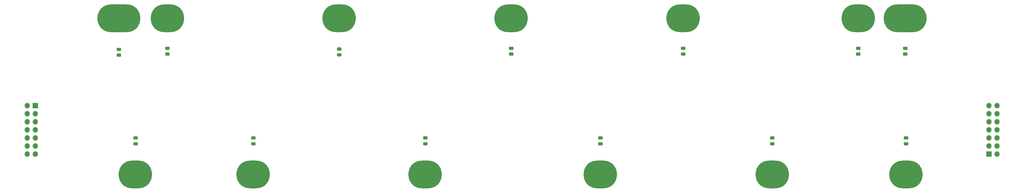
<source format=gbr>
%TF.GenerationSoftware,KiCad,Pcbnew,(5.1.9-0-10_14)*%
%TF.CreationDate,2022-08-21T20:49:42-04:00*%
%TF.ProjectId,47AhFoMoCo,34374168-466f-44d6-9f43-6f2e6b696361,rev?*%
%TF.SameCoordinates,Original*%
%TF.FileFunction,Soldermask,Bot*%
%TF.FilePolarity,Negative*%
%FSLAX46Y46*%
G04 Gerber Fmt 4.6, Leading zero omitted, Abs format (unit mm)*
G04 Created by KiCad (PCBNEW (5.1.9-0-10_14)) date 2022-08-21 20:49:42*
%MOMM*%
%LPD*%
G01*
G04 APERTURE LIST*
%ADD10R,1.700000X1.700000*%
%ADD11O,1.700000X1.700000*%
%ADD12O,10.500000X8.750000*%
%ADD13O,13.500000X8.750000*%
G04 APERTURE END LIST*
D10*
%TO.C,J13*%
X343790000Y-124630000D03*
D11*
X346330000Y-124630000D03*
X343790000Y-122090000D03*
X346330000Y-122090000D03*
X343790000Y-119550000D03*
X346330000Y-119550000D03*
X343790000Y-117010000D03*
X346330000Y-117010000D03*
X343790000Y-114470000D03*
X346330000Y-114470000D03*
X343790000Y-111930000D03*
X346330000Y-111930000D03*
X343790000Y-109390000D03*
X346330000Y-109390000D03*
%TD*%
%TO.C,J14*%
X41670000Y-124630000D03*
X44210000Y-124630000D03*
X41670000Y-122090000D03*
X44210000Y-122090000D03*
X41670000Y-119550000D03*
X44210000Y-119550000D03*
X41670000Y-117010000D03*
X44210000Y-117010000D03*
X41670000Y-114470000D03*
X44210000Y-114470000D03*
X41670000Y-111930000D03*
X44210000Y-111930000D03*
X41670000Y-109390000D03*
D10*
X44210000Y-109390000D03*
%TD*%
D12*
%TO.C,J10p1*%
X302700000Y-81900000D03*
%TD*%
%TO.C,J11p1*%
X317700000Y-131100000D03*
%TD*%
D13*
%TO.C,J12p1*%
X317500000Y-81900000D03*
%TD*%
%TO.C,J1n1*%
X70500000Y-81900000D03*
%TD*%
D12*
%TO.C,J1p1*%
X75700000Y-131100000D03*
%TD*%
%TO.C,J2p1*%
X85700000Y-81900000D03*
%TD*%
%TO.C,J3p1*%
X112700000Y-131100000D03*
%TD*%
%TO.C,J4p1*%
X139700000Y-81900000D03*
%TD*%
%TO.C,J5p1*%
X166700000Y-131100000D03*
%TD*%
%TO.C,J6p1*%
X193700000Y-81900000D03*
%TD*%
%TO.C,J7p1*%
X221700000Y-131100000D03*
%TD*%
%TO.C,J8p1*%
X247700000Y-81900000D03*
%TD*%
%TO.C,J9p1*%
X275700000Y-131100000D03*
%TD*%
%TO.C,R1*%
G36*
G01*
X70950001Y-94012500D02*
X70049999Y-94012500D01*
G75*
G02*
X69800000Y-93762501I0J249999D01*
G01*
X69800000Y-93237499D01*
G75*
G02*
X70049999Y-92987500I249999J0D01*
G01*
X70950001Y-92987500D01*
G75*
G02*
X71200000Y-93237499I0J-249999D01*
G01*
X71200000Y-93762501D01*
G75*
G02*
X70950001Y-94012500I-249999J0D01*
G01*
G37*
G36*
G01*
X70950001Y-92187500D02*
X70049999Y-92187500D01*
G75*
G02*
X69800000Y-91937501I0J249999D01*
G01*
X69800000Y-91412499D01*
G75*
G02*
X70049999Y-91162500I249999J0D01*
G01*
X70950001Y-91162500D01*
G75*
G02*
X71200000Y-91412499I0J-249999D01*
G01*
X71200000Y-91937501D01*
G75*
G02*
X70950001Y-92187500I-249999J0D01*
G01*
G37*
%TD*%
%TO.C,R2*%
G36*
G01*
X75299999Y-120900000D02*
X76200001Y-120900000D01*
G75*
G02*
X76450000Y-121149999I0J-249999D01*
G01*
X76450000Y-121675001D01*
G75*
G02*
X76200001Y-121925000I-249999J0D01*
G01*
X75299999Y-121925000D01*
G75*
G02*
X75050000Y-121675001I0J249999D01*
G01*
X75050000Y-121149999D01*
G75*
G02*
X75299999Y-120900000I249999J0D01*
G01*
G37*
G36*
G01*
X75299999Y-119075000D02*
X76200001Y-119075000D01*
G75*
G02*
X76450000Y-119324999I0J-249999D01*
G01*
X76450000Y-119850001D01*
G75*
G02*
X76200001Y-120100000I-249999J0D01*
G01*
X75299999Y-120100000D01*
G75*
G02*
X75050000Y-119850001I0J249999D01*
G01*
X75050000Y-119324999D01*
G75*
G02*
X75299999Y-119075000I249999J0D01*
G01*
G37*
%TD*%
%TO.C,R3*%
G36*
G01*
X86200001Y-93675000D02*
X85299999Y-93675000D01*
G75*
G02*
X85050000Y-93425001I0J249999D01*
G01*
X85050000Y-92899999D01*
G75*
G02*
X85299999Y-92650000I249999J0D01*
G01*
X86200001Y-92650000D01*
G75*
G02*
X86450000Y-92899999I0J-249999D01*
G01*
X86450000Y-93425001D01*
G75*
G02*
X86200001Y-93675000I-249999J0D01*
G01*
G37*
G36*
G01*
X86200001Y-91850000D02*
X85299999Y-91850000D01*
G75*
G02*
X85050000Y-91600001I0J249999D01*
G01*
X85050000Y-91074999D01*
G75*
G02*
X85299999Y-90825000I249999J0D01*
G01*
X86200001Y-90825000D01*
G75*
G02*
X86450000Y-91074999I0J-249999D01*
G01*
X86450000Y-91600001D01*
G75*
G02*
X86200001Y-91850000I-249999J0D01*
G01*
G37*
%TD*%
%TO.C,R4*%
G36*
G01*
X112299999Y-120900000D02*
X113200001Y-120900000D01*
G75*
G02*
X113450000Y-121149999I0J-249999D01*
G01*
X113450000Y-121675001D01*
G75*
G02*
X113200001Y-121925000I-249999J0D01*
G01*
X112299999Y-121925000D01*
G75*
G02*
X112050000Y-121675001I0J249999D01*
G01*
X112050000Y-121149999D01*
G75*
G02*
X112299999Y-120900000I249999J0D01*
G01*
G37*
G36*
G01*
X112299999Y-119075000D02*
X113200001Y-119075000D01*
G75*
G02*
X113450000Y-119324999I0J-249999D01*
G01*
X113450000Y-119850001D01*
G75*
G02*
X113200001Y-120100000I-249999J0D01*
G01*
X112299999Y-120100000D01*
G75*
G02*
X112050000Y-119850001I0J249999D01*
G01*
X112050000Y-119324999D01*
G75*
G02*
X112299999Y-119075000I249999J0D01*
G01*
G37*
%TD*%
%TO.C,R5*%
G36*
G01*
X140162501Y-93925000D02*
X139262499Y-93925000D01*
G75*
G02*
X139012500Y-93675001I0J249999D01*
G01*
X139012500Y-93149999D01*
G75*
G02*
X139262499Y-92900000I249999J0D01*
G01*
X140162501Y-92900000D01*
G75*
G02*
X140412500Y-93149999I0J-249999D01*
G01*
X140412500Y-93675001D01*
G75*
G02*
X140162501Y-93925000I-249999J0D01*
G01*
G37*
G36*
G01*
X140162501Y-92100000D02*
X139262499Y-92100000D01*
G75*
G02*
X139012500Y-91850001I0J249999D01*
G01*
X139012500Y-91324999D01*
G75*
G02*
X139262499Y-91075000I249999J0D01*
G01*
X140162501Y-91075000D01*
G75*
G02*
X140412500Y-91324999I0J-249999D01*
G01*
X140412500Y-91850001D01*
G75*
G02*
X140162501Y-92100000I-249999J0D01*
G01*
G37*
%TD*%
%TO.C,R6*%
G36*
G01*
X166299999Y-120900000D02*
X167200001Y-120900000D01*
G75*
G02*
X167450000Y-121149999I0J-249999D01*
G01*
X167450000Y-121675001D01*
G75*
G02*
X167200001Y-121925000I-249999J0D01*
G01*
X166299999Y-121925000D01*
G75*
G02*
X166050000Y-121675001I0J249999D01*
G01*
X166050000Y-121149999D01*
G75*
G02*
X166299999Y-120900000I249999J0D01*
G01*
G37*
G36*
G01*
X166299999Y-119075000D02*
X167200001Y-119075000D01*
G75*
G02*
X167450000Y-119324999I0J-249999D01*
G01*
X167450000Y-119850001D01*
G75*
G02*
X167200001Y-120100000I-249999J0D01*
G01*
X166299999Y-120100000D01*
G75*
G02*
X166050000Y-119850001I0J249999D01*
G01*
X166050000Y-119324999D01*
G75*
G02*
X166299999Y-119075000I249999J0D01*
G01*
G37*
%TD*%
%TO.C,R7*%
G36*
G01*
X194200001Y-93675000D02*
X193299999Y-93675000D01*
G75*
G02*
X193050000Y-93425001I0J249999D01*
G01*
X193050000Y-92899999D01*
G75*
G02*
X193299999Y-92650000I249999J0D01*
G01*
X194200001Y-92650000D01*
G75*
G02*
X194450000Y-92899999I0J-249999D01*
G01*
X194450000Y-93425001D01*
G75*
G02*
X194200001Y-93675000I-249999J0D01*
G01*
G37*
G36*
G01*
X194200001Y-91850000D02*
X193299999Y-91850000D01*
G75*
G02*
X193050000Y-91600001I0J249999D01*
G01*
X193050000Y-91074999D01*
G75*
G02*
X193299999Y-90825000I249999J0D01*
G01*
X194200001Y-90825000D01*
G75*
G02*
X194450000Y-91074999I0J-249999D01*
G01*
X194450000Y-91600001D01*
G75*
G02*
X194200001Y-91850000I-249999J0D01*
G01*
G37*
%TD*%
%TO.C,R8*%
G36*
G01*
X221299999Y-120900000D02*
X222200001Y-120900000D01*
G75*
G02*
X222450000Y-121149999I0J-249999D01*
G01*
X222450000Y-121675001D01*
G75*
G02*
X222200001Y-121925000I-249999J0D01*
G01*
X221299999Y-121925000D01*
G75*
G02*
X221050000Y-121675001I0J249999D01*
G01*
X221050000Y-121149999D01*
G75*
G02*
X221299999Y-120900000I249999J0D01*
G01*
G37*
G36*
G01*
X221299999Y-119075000D02*
X222200001Y-119075000D01*
G75*
G02*
X222450000Y-119324999I0J-249999D01*
G01*
X222450000Y-119850001D01*
G75*
G02*
X222200001Y-120100000I-249999J0D01*
G01*
X221299999Y-120100000D01*
G75*
G02*
X221050000Y-119850001I0J249999D01*
G01*
X221050000Y-119324999D01*
G75*
G02*
X221299999Y-119075000I249999J0D01*
G01*
G37*
%TD*%
%TO.C,R9*%
G36*
G01*
X248200001Y-93675000D02*
X247299999Y-93675000D01*
G75*
G02*
X247050000Y-93425001I0J249999D01*
G01*
X247050000Y-92899999D01*
G75*
G02*
X247299999Y-92650000I249999J0D01*
G01*
X248200001Y-92650000D01*
G75*
G02*
X248450000Y-92899999I0J-249999D01*
G01*
X248450000Y-93425001D01*
G75*
G02*
X248200001Y-93675000I-249999J0D01*
G01*
G37*
G36*
G01*
X248200001Y-91850000D02*
X247299999Y-91850000D01*
G75*
G02*
X247050000Y-91600001I0J249999D01*
G01*
X247050000Y-91074999D01*
G75*
G02*
X247299999Y-90825000I249999J0D01*
G01*
X248200001Y-90825000D01*
G75*
G02*
X248450000Y-91074999I0J-249999D01*
G01*
X248450000Y-91600001D01*
G75*
G02*
X248200001Y-91850000I-249999J0D01*
G01*
G37*
%TD*%
%TO.C,R10*%
G36*
G01*
X275299999Y-120900000D02*
X276200001Y-120900000D01*
G75*
G02*
X276450000Y-121149999I0J-249999D01*
G01*
X276450000Y-121675001D01*
G75*
G02*
X276200001Y-121925000I-249999J0D01*
G01*
X275299999Y-121925000D01*
G75*
G02*
X275050000Y-121675001I0J249999D01*
G01*
X275050000Y-121149999D01*
G75*
G02*
X275299999Y-120900000I249999J0D01*
G01*
G37*
G36*
G01*
X275299999Y-119075000D02*
X276200001Y-119075000D01*
G75*
G02*
X276450000Y-119324999I0J-249999D01*
G01*
X276450000Y-119850001D01*
G75*
G02*
X276200001Y-120100000I-249999J0D01*
G01*
X275299999Y-120100000D01*
G75*
G02*
X275050000Y-119850001I0J249999D01*
G01*
X275050000Y-119324999D01*
G75*
G02*
X275299999Y-119075000I249999J0D01*
G01*
G37*
%TD*%
%TO.C,R11*%
G36*
G01*
X303200001Y-93675000D02*
X302299999Y-93675000D01*
G75*
G02*
X302050000Y-93425001I0J249999D01*
G01*
X302050000Y-92899999D01*
G75*
G02*
X302299999Y-92650000I249999J0D01*
G01*
X303200001Y-92650000D01*
G75*
G02*
X303450000Y-92899999I0J-249999D01*
G01*
X303450000Y-93425001D01*
G75*
G02*
X303200001Y-93675000I-249999J0D01*
G01*
G37*
G36*
G01*
X303200001Y-91850000D02*
X302299999Y-91850000D01*
G75*
G02*
X302050000Y-91600001I0J249999D01*
G01*
X302050000Y-91074999D01*
G75*
G02*
X302299999Y-90825000I249999J0D01*
G01*
X303200001Y-90825000D01*
G75*
G02*
X303450000Y-91074999I0J-249999D01*
G01*
X303450000Y-91600001D01*
G75*
G02*
X303200001Y-91850000I-249999J0D01*
G01*
G37*
%TD*%
%TO.C,R12*%
G36*
G01*
X317299999Y-120900000D02*
X318200001Y-120900000D01*
G75*
G02*
X318450000Y-121149999I0J-249999D01*
G01*
X318450000Y-121675001D01*
G75*
G02*
X318200001Y-121925000I-249999J0D01*
G01*
X317299999Y-121925000D01*
G75*
G02*
X317050000Y-121675001I0J249999D01*
G01*
X317050000Y-121149999D01*
G75*
G02*
X317299999Y-120900000I249999J0D01*
G01*
G37*
G36*
G01*
X317299999Y-119075000D02*
X318200001Y-119075000D01*
G75*
G02*
X318450000Y-119324999I0J-249999D01*
G01*
X318450000Y-119850001D01*
G75*
G02*
X318200001Y-120100000I-249999J0D01*
G01*
X317299999Y-120100000D01*
G75*
G02*
X317050000Y-119850001I0J249999D01*
G01*
X317050000Y-119324999D01*
G75*
G02*
X317299999Y-119075000I249999J0D01*
G01*
G37*
%TD*%
%TO.C,R13*%
G36*
G01*
X317950001Y-93675000D02*
X317049999Y-93675000D01*
G75*
G02*
X316800000Y-93425001I0J249999D01*
G01*
X316800000Y-92899999D01*
G75*
G02*
X317049999Y-92650000I249999J0D01*
G01*
X317950001Y-92650000D01*
G75*
G02*
X318200000Y-92899999I0J-249999D01*
G01*
X318200000Y-93425001D01*
G75*
G02*
X317950001Y-93675000I-249999J0D01*
G01*
G37*
G36*
G01*
X317950001Y-91850000D02*
X317049999Y-91850000D01*
G75*
G02*
X316800000Y-91600001I0J249999D01*
G01*
X316800000Y-91074999D01*
G75*
G02*
X317049999Y-90825000I249999J0D01*
G01*
X317950001Y-90825000D01*
G75*
G02*
X318200000Y-91074999I0J-249999D01*
G01*
X318200000Y-91600001D01*
G75*
G02*
X317950001Y-91850000I-249999J0D01*
G01*
G37*
%TD*%
M02*

</source>
